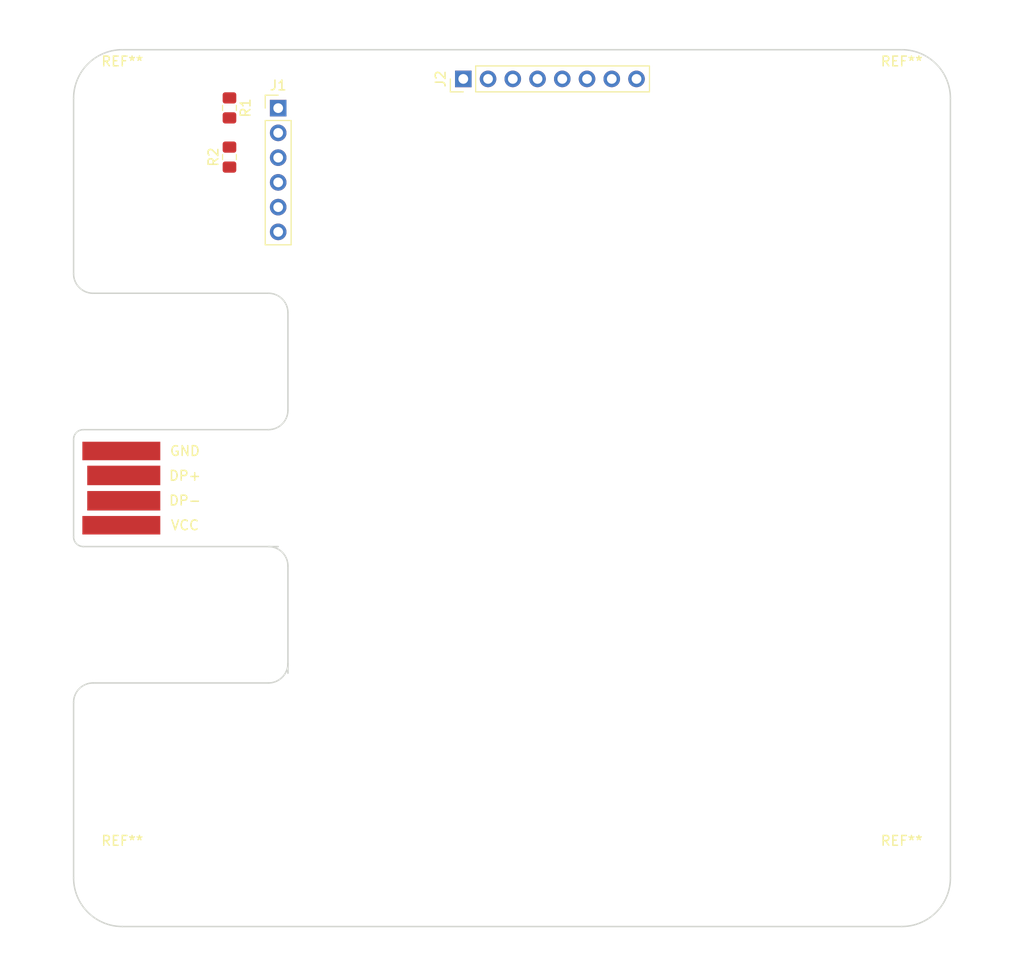
<source format=kicad_pcb>
(kicad_pcb (version 20171130) (host pcbnew 5.0.1-33cea8e~66~ubuntu18.04.1)

  (general
    (thickness 1.6)
    (drawings 28)
    (tracks 0)
    (zones 0)
    (modules 9)
    (nets 14)
  )

  (page A4)
  (layers
    (0 F.Cu signal)
    (31 B.Cu signal)
    (32 B.Adhes user)
    (33 F.Adhes user)
    (34 B.Paste user)
    (35 F.Paste user)
    (36 B.SilkS user)
    (37 F.SilkS user)
    (38 B.Mask user)
    (39 F.Mask user)
    (40 Dwgs.User user)
    (41 Cmts.User user)
    (42 Eco1.User user)
    (43 Eco2.User user)
    (44 Edge.Cuts user)
    (45 Margin user)
    (46 B.CrtYd user)
    (47 F.CrtYd user)
    (48 B.Fab user)
    (49 F.Fab user)
  )

  (setup
    (last_trace_width 0.25)
    (trace_clearance 0.2)
    (zone_clearance 0.508)
    (zone_45_only no)
    (trace_min 0.2)
    (segment_width 0.2)
    (edge_width 0.15)
    (via_size 0.8)
    (via_drill 0.4)
    (via_min_size 0.4)
    (via_min_drill 0.3)
    (uvia_size 0.3)
    (uvia_drill 0.1)
    (uvias_allowed no)
    (uvia_min_size 0.2)
    (uvia_min_drill 0.1)
    (pcb_text_width 0.3)
    (pcb_text_size 1.5 1.5)
    (mod_edge_width 0.15)
    (mod_text_size 1 1)
    (mod_text_width 0.15)
    (pad_size 1.524 1.524)
    (pad_drill 0.762)
    (pad_to_mask_clearance 0.051)
    (solder_mask_min_width 0.25)
    (aux_axis_origin 0 0)
    (visible_elements FFFFFF7F)
    (pcbplotparams
      (layerselection 0x010fc_ffffffff)
      (usegerberextensions false)
      (usegerberattributes false)
      (usegerberadvancedattributes false)
      (creategerberjobfile false)
      (excludeedgelayer true)
      (linewidth 0.100000)
      (plotframeref false)
      (viasonmask false)
      (mode 1)
      (useauxorigin false)
      (hpglpennumber 1)
      (hpglpenspeed 20)
      (hpglpendiameter 15.000000)
      (psnegative false)
      (psa4output false)
      (plotreference true)
      (plotvalue true)
      (plotinvisibletext false)
      (padsonsilk false)
      (subtractmaskfromsilk false)
      (outputformat 1)
      (mirror false)
      (drillshape 1)
      (scaleselection 1)
      (outputdirectory ""))
  )

  (net 0 "")
  (net 1 "Net-(U1-Pad2)")
  (net 2 "Net-(U1-Pad3)")
  (net 3 "Net-(U1-Pad4)")
  (net 4 "Net-(U1-Pad1)")
  (net 5 +3V3)
  (net 6 /SEN_SET)
  (net 7 /SEN_RESET)
  (net 8 +5V)
  (net 9 GND)
  (net 10 /SEN_RXD)
  (net 11 /SEN_TXD)
  (net 12 "Net-(J2-Pad7)")
  (net 13 "Net-(J2-Pad8)")

  (net_class Default "This is the default net class."
    (clearance 0.2)
    (trace_width 0.25)
    (via_dia 0.8)
    (via_drill 0.4)
    (uvia_dia 0.3)
    (uvia_drill 0.1)
    (add_net +3V3)
    (add_net +5V)
    (add_net /SEN_RESET)
    (add_net /SEN_RXD)
    (add_net /SEN_SET)
    (add_net /SEN_TXD)
    (add_net GND)
    (add_net "Net-(J2-Pad7)")
    (add_net "Net-(J2-Pad8)")
    (add_net "Net-(U1-Pad1)")
    (add_net "Net-(U1-Pad2)")
    (add_net "Net-(U1-Pad3)")
    (add_net "Net-(U1-Pad4)")
  )

  (module Connector_PinHeader_2.54mm:PinHeader_1x06_P2.54mm_Vertical (layer F.Cu) (tedit 59FED5CC) (tstamp 5BE9491C)
    (at 26 11)
    (descr "Through hole straight pin header, 1x06, 2.54mm pitch, single row")
    (tags "Through hole pin header THT 1x06 2.54mm single row")
    (path /5BC61F03)
    (fp_text reference J1 (at 0 -2.33) (layer F.SilkS)
      (effects (font (size 1 1) (thickness 0.15)))
    )
    (fp_text value CONN_MCU (at 0 15.03) (layer F.Fab)
      (effects (font (size 1 1) (thickness 0.15)))
    )
    (fp_line (start -0.635 -1.27) (end 1.27 -1.27) (layer F.Fab) (width 0.1))
    (fp_line (start 1.27 -1.27) (end 1.27 13.97) (layer F.Fab) (width 0.1))
    (fp_line (start 1.27 13.97) (end -1.27 13.97) (layer F.Fab) (width 0.1))
    (fp_line (start -1.27 13.97) (end -1.27 -0.635) (layer F.Fab) (width 0.1))
    (fp_line (start -1.27 -0.635) (end -0.635 -1.27) (layer F.Fab) (width 0.1))
    (fp_line (start -1.33 14.03) (end 1.33 14.03) (layer F.SilkS) (width 0.12))
    (fp_line (start -1.33 1.27) (end -1.33 14.03) (layer F.SilkS) (width 0.12))
    (fp_line (start 1.33 1.27) (end 1.33 14.03) (layer F.SilkS) (width 0.12))
    (fp_line (start -1.33 1.27) (end 1.33 1.27) (layer F.SilkS) (width 0.12))
    (fp_line (start -1.33 0) (end -1.33 -1.33) (layer F.SilkS) (width 0.12))
    (fp_line (start -1.33 -1.33) (end 0 -1.33) (layer F.SilkS) (width 0.12))
    (fp_line (start -1.8 -1.8) (end -1.8 14.5) (layer F.CrtYd) (width 0.05))
    (fp_line (start -1.8 14.5) (end 1.8 14.5) (layer F.CrtYd) (width 0.05))
    (fp_line (start 1.8 14.5) (end 1.8 -1.8) (layer F.CrtYd) (width 0.05))
    (fp_line (start 1.8 -1.8) (end -1.8 -1.8) (layer F.CrtYd) (width 0.05))
    (fp_text user %R (at 0 6.35 90) (layer F.Fab)
      (effects (font (size 1 1) (thickness 0.15)))
    )
    (pad 1 thru_hole rect (at 0 0) (size 1.7 1.7) (drill 1) (layers *.Cu *.Mask)
      (net 5 +3V3))
    (pad 2 thru_hole oval (at 0 2.54) (size 1.7 1.7) (drill 1) (layers *.Cu *.Mask)
      (net 9 GND))
    (pad 3 thru_hole oval (at 0 5.08) (size 1.7 1.7) (drill 1) (layers *.Cu *.Mask)
      (net 6 /SEN_SET))
    (pad 4 thru_hole oval (at 0 7.62) (size 1.7 1.7) (drill 1) (layers *.Cu *.Mask)
      (net 10 /SEN_RXD))
    (pad 5 thru_hole oval (at 0 10.16) (size 1.7 1.7) (drill 1) (layers *.Cu *.Mask)
      (net 11 /SEN_TXD))
    (pad 6 thru_hole oval (at 0 12.7) (size 1.7 1.7) (drill 1) (layers *.Cu *.Mask)
      (net 7 /SEN_RESET))
    (model ${KISYS3DMOD}/Connector_PinHeader_2.54mm.3dshapes/PinHeader_1x06_P2.54mm_Vertical.wrl
      (at (xyz 0 0 0))
      (scale (xyz 1 1 1))
      (rotate (xyz 0 0 0))
    )
  )

  (module Connector_PinHeader_2.54mm:PinHeader_1x08_P2.54mm_Vertical (layer F.Cu) (tedit 59FED5CC) (tstamp 5BE94902)
    (at 45 8 90)
    (descr "Through hole straight pin header, 1x08, 2.54mm pitch, single row")
    (tags "Through hole pin header THT 1x08 2.54mm single row")
    (path /5BC61E03)
    (fp_text reference J2 (at 0 -2.33 90) (layer F.SilkS)
      (effects (font (size 1 1) (thickness 0.15)))
    )
    (fp_text value CONN_PMS (at 0 20.11 90) (layer F.Fab)
      (effects (font (size 1 1) (thickness 0.15)))
    )
    (fp_line (start -0.635 -1.27) (end 1.27 -1.27) (layer F.Fab) (width 0.1))
    (fp_line (start 1.27 -1.27) (end 1.27 19.05) (layer F.Fab) (width 0.1))
    (fp_line (start 1.27 19.05) (end -1.27 19.05) (layer F.Fab) (width 0.1))
    (fp_line (start -1.27 19.05) (end -1.27 -0.635) (layer F.Fab) (width 0.1))
    (fp_line (start -1.27 -0.635) (end -0.635 -1.27) (layer F.Fab) (width 0.1))
    (fp_line (start -1.33 19.11) (end 1.33 19.11) (layer F.SilkS) (width 0.12))
    (fp_line (start -1.33 1.27) (end -1.33 19.11) (layer F.SilkS) (width 0.12))
    (fp_line (start 1.33 1.27) (end 1.33 19.11) (layer F.SilkS) (width 0.12))
    (fp_line (start -1.33 1.27) (end 1.33 1.27) (layer F.SilkS) (width 0.12))
    (fp_line (start -1.33 0) (end -1.33 -1.33) (layer F.SilkS) (width 0.12))
    (fp_line (start -1.33 -1.33) (end 0 -1.33) (layer F.SilkS) (width 0.12))
    (fp_line (start -1.8 -1.8) (end -1.8 19.55) (layer F.CrtYd) (width 0.05))
    (fp_line (start -1.8 19.55) (end 1.8 19.55) (layer F.CrtYd) (width 0.05))
    (fp_line (start 1.8 19.55) (end 1.8 -1.8) (layer F.CrtYd) (width 0.05))
    (fp_line (start 1.8 -1.8) (end -1.8 -1.8) (layer F.CrtYd) (width 0.05))
    (fp_text user %R (at 0 8.89 180) (layer F.Fab)
      (effects (font (size 1 1) (thickness 0.15)))
    )
    (pad 1 thru_hole rect (at 0 0 90) (size 1.7 1.7) (drill 1) (layers *.Cu *.Mask)
      (net 8 +5V))
    (pad 2 thru_hole oval (at 0 2.54 90) (size 1.7 1.7) (drill 1) (layers *.Cu *.Mask)
      (net 9 GND))
    (pad 3 thru_hole oval (at 0 5.08 90) (size 1.7 1.7) (drill 1) (layers *.Cu *.Mask)
      (net 6 /SEN_SET))
    (pad 4 thru_hole oval (at 0 7.62 90) (size 1.7 1.7) (drill 1) (layers *.Cu *.Mask)
      (net 10 /SEN_RXD))
    (pad 5 thru_hole oval (at 0 10.16 90) (size 1.7 1.7) (drill 1) (layers *.Cu *.Mask)
      (net 11 /SEN_TXD))
    (pad 6 thru_hole oval (at 0 12.7 90) (size 1.7 1.7) (drill 1) (layers *.Cu *.Mask)
      (net 7 /SEN_RESET))
    (pad 7 thru_hole oval (at 0 15.24 90) (size 1.7 1.7) (drill 1) (layers *.Cu *.Mask)
      (net 12 "Net-(J2-Pad7)"))
    (pad 8 thru_hole oval (at 0 17.78 90) (size 1.7 1.7) (drill 1) (layers *.Cu *.Mask)
      (net 13 "Net-(J2-Pad8)"))
    (model ${KISYS3DMOD}/Connector_PinHeader_2.54mm.3dshapes/PinHeader_1x08_P2.54mm_Vertical.wrl
      (at (xyz 0 0 0))
      (scale (xyz 1 1 1))
      (rotate (xyz 0 0 0))
    )
  )

  (module Resistor_SMD:R_0805_2012Metric_Pad1.15x1.40mm_HandSolder (layer F.Cu) (tedit 5B36C52B) (tstamp 5BE948E6)
    (at 21 16.025 90)
    (descr "Resistor SMD 0805 (2012 Metric), square (rectangular) end terminal, IPC_7351 nominal with elongated pad for handsoldering. (Body size source: https://docs.google.com/spreadsheets/d/1BsfQQcO9C6DZCsRaXUlFlo91Tg2WpOkGARC1WS5S8t0/edit?usp=sharing), generated with kicad-footprint-generator")
    (tags "resistor handsolder")
    (path /5BC6282D)
    (attr smd)
    (fp_text reference R2 (at 0 -1.65 90) (layer F.SilkS)
      (effects (font (size 1 1) (thickness 0.15)))
    )
    (fp_text value R103 (at 0 1.65 90) (layer F.Fab)
      (effects (font (size 1 1) (thickness 0.15)))
    )
    (fp_text user %R (at 0 0 90) (layer F.Fab)
      (effects (font (size 0.5 0.5) (thickness 0.08)))
    )
    (fp_line (start 1.85 0.95) (end -1.85 0.95) (layer F.CrtYd) (width 0.05))
    (fp_line (start 1.85 -0.95) (end 1.85 0.95) (layer F.CrtYd) (width 0.05))
    (fp_line (start -1.85 -0.95) (end 1.85 -0.95) (layer F.CrtYd) (width 0.05))
    (fp_line (start -1.85 0.95) (end -1.85 -0.95) (layer F.CrtYd) (width 0.05))
    (fp_line (start -0.261252 0.71) (end 0.261252 0.71) (layer F.SilkS) (width 0.12))
    (fp_line (start -0.261252 -0.71) (end 0.261252 -0.71) (layer F.SilkS) (width 0.12))
    (fp_line (start 1 0.6) (end -1 0.6) (layer F.Fab) (width 0.1))
    (fp_line (start 1 -0.6) (end 1 0.6) (layer F.Fab) (width 0.1))
    (fp_line (start -1 -0.6) (end 1 -0.6) (layer F.Fab) (width 0.1))
    (fp_line (start -1 0.6) (end -1 -0.6) (layer F.Fab) (width 0.1))
    (pad 2 smd roundrect (at 1.025 0 90) (size 1.15 1.4) (layers F.Cu F.Paste F.Mask) (roundrect_rratio 0.217391)
      (net 5 +3V3))
    (pad 1 smd roundrect (at -1.025 0 90) (size 1.15 1.4) (layers F.Cu F.Paste F.Mask) (roundrect_rratio 0.217391)
      (net 7 /SEN_RESET))
    (model ${KISYS3DMOD}/Resistor_SMD.3dshapes/R_0805_2012Metric.wrl
      (at (xyz 0 0 0))
      (scale (xyz 1 1 1))
      (rotate (xyz 0 0 0))
    )
  )

  (module Resistor_SMD:R_0805_2012Metric_Pad1.15x1.40mm_HandSolder (layer F.Cu) (tedit 5B36C52B) (tstamp 5BE948D5)
    (at 21 10.975 270)
    (descr "Resistor SMD 0805 (2012 Metric), square (rectangular) end terminal, IPC_7351 nominal with elongated pad for handsoldering. (Body size source: https://docs.google.com/spreadsheets/d/1BsfQQcO9C6DZCsRaXUlFlo91Tg2WpOkGARC1WS5S8t0/edit?usp=sharing), generated with kicad-footprint-generator")
    (tags "resistor handsolder")
    (path /5BC6238C)
    (attr smd)
    (fp_text reference R1 (at 0 -1.65 270) (layer F.SilkS)
      (effects (font (size 1 1) (thickness 0.15)))
    )
    (fp_text value R103 (at 0 1.65 270) (layer F.Fab)
      (effects (font (size 1 1) (thickness 0.15)))
    )
    (fp_line (start -1 0.6) (end -1 -0.6) (layer F.Fab) (width 0.1))
    (fp_line (start -1 -0.6) (end 1 -0.6) (layer F.Fab) (width 0.1))
    (fp_line (start 1 -0.6) (end 1 0.6) (layer F.Fab) (width 0.1))
    (fp_line (start 1 0.6) (end -1 0.6) (layer F.Fab) (width 0.1))
    (fp_line (start -0.261252 -0.71) (end 0.261252 -0.71) (layer F.SilkS) (width 0.12))
    (fp_line (start -0.261252 0.71) (end 0.261252 0.71) (layer F.SilkS) (width 0.12))
    (fp_line (start -1.85 0.95) (end -1.85 -0.95) (layer F.CrtYd) (width 0.05))
    (fp_line (start -1.85 -0.95) (end 1.85 -0.95) (layer F.CrtYd) (width 0.05))
    (fp_line (start 1.85 -0.95) (end 1.85 0.95) (layer F.CrtYd) (width 0.05))
    (fp_line (start 1.85 0.95) (end -1.85 0.95) (layer F.CrtYd) (width 0.05))
    (fp_text user %R (at 0 0 270) (layer F.Fab)
      (effects (font (size 0.5 0.5) (thickness 0.08)))
    )
    (pad 1 smd roundrect (at -1.025 0 270) (size 1.15 1.4) (layers F.Cu F.Paste F.Mask) (roundrect_rratio 0.217391)
      (net 5 +3V3))
    (pad 2 smd roundrect (at 1.025 0 270) (size 1.15 1.4) (layers F.Cu F.Paste F.Mask) (roundrect_rratio 0.217391)
      (net 6 /SEN_SET))
    (model ${KISYS3DMOD}/Resistor_SMD.3dshapes/R_0805_2012Metric.wrl
      (at (xyz 0 0 0))
      (scale (xyz 1 1 1))
      (rotate (xyz 0 0 0))
    )
  )

  (module footprint-lib.pretty:usb-PCB locked (layer F.Cu) (tedit 5BC42AC6) (tstamp 5BE948C4)
    (at 5 50 270)
    (path /5BC627DA)
    (attr virtual)
    (fp_text reference U1 (at 0.13 -7.85 270) (layer F.SilkS) hide
      (effects (font (size 1.5 1.5) (thickness 0.15)))
    )
    (fp_text value USB_PCB (at 0.29 -10.13 270) (layer F.SilkS) hide
      (effects (font (size 1.5 1.5) (thickness 0.15)))
    )
    (fp_line (start -6.03 0) (end -6.03 -12) (layer Dwgs.User) (width 0.15))
    (fp_line (start 6.03 0) (end -6.03 0) (layer Dwgs.User) (width 0.15))
    (fp_line (start 6.03 0) (end 6.03 -12) (layer Dwgs.User) (width 0.15))
    (fp_text user VCC (at 3.81 -11.43) (layer F.SilkS)
      (effects (font (size 1 1) (thickness 0.15)))
    )
    (fp_text user DP- (at 1.27 -11.43) (layer F.SilkS)
      (effects (font (size 1 1) (thickness 0.15)))
    )
    (fp_text user DP+ (at -1.27 -11.43) (layer F.SilkS)
      (effects (font (size 1 1) (thickness 0.15)))
    )
    (fp_text user GND (at -3.81 -11.43) (layer F.SilkS)
      (effects (font (size 1 1) (thickness 0.15)))
    )
    (pad 2 connect rect (at 1.3 -5.15 270) (size 2 7.5) (layers F.Cu F.Mask)
      (net 1 "Net-(U1-Pad2)"))
    (pad 3 connect rect (at -1.3 -5.15 270) (size 2 7.5) (layers F.Cu F.Mask)
      (net 2 "Net-(U1-Pad3)"))
    (pad 4 connect rect (at -3.81 -4.9 270) (size 1.9 8) (layers F.Cu F.Mask)
      (net 3 "Net-(U1-Pad4)"))
    (pad 1 connect rect (at 3.81 -4.9 270) (size 1.9 8) (layers F.Cu F.Mask)
      (net 4 "Net-(U1-Pad1)"))
  )

  (module MountingHole:MountingHole_3.2mm_M3_DIN965 locked (layer F.Cu) (tedit 56D1B4CB) (tstamp 5BD329B8)
    (at 10 10)
    (descr "Mounting Hole 3.2mm, no annular, M3, DIN965")
    (tags "mounting hole 3.2mm no annular m3 din965")
    (attr virtual)
    (fp_text reference REF** (at 0 -3.8) (layer F.SilkS)
      (effects (font (size 1 1) (thickness 0.15)))
    )
    (fp_text value MountingHole_3.2mm_M3_DIN965 (at 0 3.8) (layer F.Fab)
      (effects (font (size 1 1) (thickness 0.15)))
    )
    (fp_circle (center 0 0) (end 3.05 0) (layer F.CrtYd) (width 0.05))
    (fp_circle (center 0 0) (end 2.8 0) (layer Cmts.User) (width 0.15))
    (fp_text user %R (at 0.3 0) (layer F.Fab)
      (effects (font (size 1 1) (thickness 0.15)))
    )
    (pad 1 np_thru_hole circle (at 0 0) (size 3.2 3.2) (drill 3.2) (layers *.Cu *.Mask))
  )

  (module MountingHole:MountingHole_3.2mm_M3_DIN965 locked (layer F.Cu) (tedit 56D1B4CB) (tstamp 5BD329C7)
    (at 90 10)
    (descr "Mounting Hole 3.2mm, no annular, M3, DIN965")
    (tags "mounting hole 3.2mm no annular m3 din965")
    (attr virtual)
    (fp_text reference REF** (at 0 -3.8) (layer F.SilkS)
      (effects (font (size 1 1) (thickness 0.15)))
    )
    (fp_text value MountingHole_3.2mm_M3_DIN965 (at 0 3.8) (layer F.Fab)
      (effects (font (size 1 1) (thickness 0.15)))
    )
    (fp_circle (center 0 0) (end 3.05 0) (layer F.CrtYd) (width 0.05))
    (fp_circle (center 0 0) (end 2.8 0) (layer Cmts.User) (width 0.15))
    (fp_text user %R (at 0.3 0) (layer F.Fab)
      (effects (font (size 1 1) (thickness 0.15)))
    )
    (pad 1 np_thru_hole circle (at 0 0) (size 3.2 3.2) (drill 3.2) (layers *.Cu *.Mask))
  )

  (module MountingHole:MountingHole_3.2mm_M3_DIN965 locked (layer F.Cu) (tedit 56D1B4CB) (tstamp 5BD329D6)
    (at 90 90)
    (descr "Mounting Hole 3.2mm, no annular, M3, DIN965")
    (tags "mounting hole 3.2mm no annular m3 din965")
    (attr virtual)
    (fp_text reference REF** (at 0 -3.8) (layer F.SilkS)
      (effects (font (size 1 1) (thickness 0.15)))
    )
    (fp_text value MountingHole_3.2mm_M3_DIN965 (at 0 3.8) (layer F.Fab)
      (effects (font (size 1 1) (thickness 0.15)))
    )
    (fp_circle (center 0 0) (end 3.05 0) (layer F.CrtYd) (width 0.05))
    (fp_circle (center 0 0) (end 2.8 0) (layer Cmts.User) (width 0.15))
    (fp_text user %R (at 0.3 0) (layer F.Fab)
      (effects (font (size 1 1) (thickness 0.15)))
    )
    (pad 1 np_thru_hole circle (at 0 0) (size 3.2 3.2) (drill 3.2) (layers *.Cu *.Mask))
  )

  (module MountingHole:MountingHole_3.2mm_M3_DIN965 locked (layer F.Cu) (tedit 56D1B4CB) (tstamp 5BD329E5)
    (at 10 90)
    (descr "Mounting Hole 3.2mm, no annular, M3, DIN965")
    (tags "mounting hole 3.2mm no annular m3 din965")
    (attr virtual)
    (fp_text reference REF** (at 0 -3.8) (layer F.SilkS)
      (effects (font (size 1 1) (thickness 0.15)))
    )
    (fp_text value MountingHole_3.2mm_M3_DIN965 (at 0 3.8) (layer F.Fab)
      (effects (font (size 1 1) (thickness 0.15)))
    )
    (fp_circle (center 0 0) (end 3.05 0) (layer F.CrtYd) (width 0.05))
    (fp_circle (center 0 0) (end 2.8 0) (layer Cmts.User) (width 0.15))
    (fp_text user %R (at 0.3 0) (layer F.Fab)
      (effects (font (size 1 1) (thickness 0.15)))
    )
    (pad 1 np_thru_hole circle (at 0 0) (size 3.2 3.2) (drill 3.2) (layers *.Cu *.Mask))
  )

  (gr_arc (start 7 72) (end 7 70) (angle -90) (layer Edge.Cuts) (width 0.15))
  (gr_arc (start 7 28) (end 5 28) (angle -90) (layer Edge.Cuts) (width 0.15))
  (gr_arc (start 6 55) (end 5 55) (angle -90) (layer Edge.Cuts) (width 0.15))
  (gr_arc (start 6 45) (end 6 44) (angle -90) (layer Edge.Cuts) (width 0.15))
  (gr_arc (start 25 42) (end 25 44) (angle -90) (layer Edge.Cuts) (width 0.15))
  (gr_arc (start 25 58) (end 27 58) (angle -90) (layer Edge.Cuts) (width 0.15))
  (gr_arc (start 25 32) (end 27 32) (angle -90) (layer Edge.Cuts) (width 0.15))
  (gr_arc (start 25 68) (end 25 70) (angle -90) (layer Edge.Cuts) (width 0.15))
  (gr_line (start 27 42) (end 27 32) (layer Edge.Cuts) (width 0.15))
  (gr_line (start 25 30) (end 7 30) (layer Edge.Cuts) (width 0.15))
  (gr_line (start 5 72) (end 5 90) (layer Edge.Cuts) (width 0.15))
  (gr_line (start 25 70) (end 7 70) (layer Edge.Cuts) (width 0.15))
  (gr_line (start 27 58) (end 27 69) (layer Edge.Cuts) (width 0.15))
  (gr_line (start 5 28) (end 5 10) (layer Edge.Cuts) (width 0.15))
  (gr_line (start 5 45) (end 5 55) (layer Edge.Cuts) (width 0.15))
  (gr_line (start 6 56) (end 26 56) (layer Edge.Cuts) (width 0.15))
  (gr_line (start 6 44) (end 25 44) (layer Edge.Cuts) (width 0.15) (tstamp 5BE94A5B))
  (gr_line (start 90 95) (end 10 95) (layer Edge.Cuts) (width 0.15))
  (gr_line (start 95 10) (end 95 90) (layer Edge.Cuts) (width 0.15))
  (gr_line (start 10 5) (end 90 5) (layer Edge.Cuts) (width 0.15))
  (gr_arc (start 10 90) (end 5 90) (angle -90) (layer Edge.Cuts) (width 0.15))
  (gr_arc (start 90 90) (end 90 95) (angle -90) (layer Edge.Cuts) (width 0.15))
  (gr_arc (start 90 10) (end 95 10) (angle -90) (layer Edge.Cuts) (width 0.15))
  (gr_arc (start 10 10) (end 10 5) (angle -90) (layer Edge.Cuts) (width 0.15))
  (gr_line (start 0 0) (end 100 0) (layer Dwgs.User) (width 0.2))
  (gr_line (start 100 0) (end 100 100) (layer Dwgs.User) (width 0.2))
  (gr_line (start 0 100) (end 100 100) (layer Dwgs.User) (width 0.2))
  (gr_line (start 0 0) (end 0 100) (layer Dwgs.User) (width 0.2))

)

</source>
